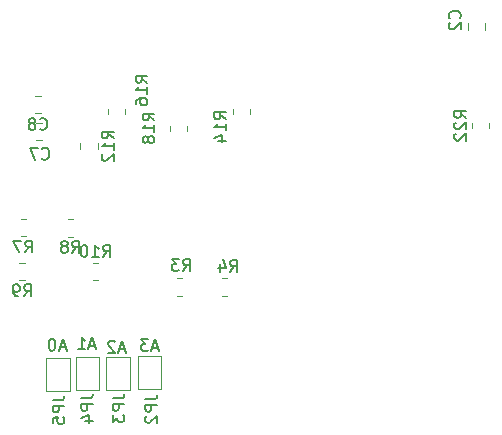
<source format=gbr>
%TF.GenerationSoftware,KiCad,Pcbnew,6.0.11-2627ca5db0~126~ubuntu22.04.1*%
%TF.CreationDate,2023-02-20T01:23:51-05:00*%
%TF.ProjectId,lin-pump-control,6c696e2d-7075-46d7-902d-636f6e74726f,1.0*%
%TF.SameCoordinates,Original*%
%TF.FileFunction,Legend,Bot*%
%TF.FilePolarity,Positive*%
%FSLAX46Y46*%
G04 Gerber Fmt 4.6, Leading zero omitted, Abs format (unit mm)*
G04 Created by KiCad (PCBNEW 6.0.11-2627ca5db0~126~ubuntu22.04.1) date 2023-02-20 01:23:51*
%MOMM*%
%LPD*%
G01*
G04 APERTURE LIST*
%ADD10C,0.150000*%
%ADD11C,0.120000*%
G04 APERTURE END LIST*
D10*
%TO.C,R22*%
X220902380Y-75457142D02*
X220426190Y-75123809D01*
X220902380Y-74885714D02*
X219902380Y-74885714D01*
X219902380Y-75266666D01*
X219950000Y-75361904D01*
X219997619Y-75409523D01*
X220092857Y-75457142D01*
X220235714Y-75457142D01*
X220330952Y-75409523D01*
X220378571Y-75361904D01*
X220426190Y-75266666D01*
X220426190Y-74885714D01*
X219997619Y-75838095D02*
X219950000Y-75885714D01*
X219902380Y-75980952D01*
X219902380Y-76219047D01*
X219950000Y-76314285D01*
X219997619Y-76361904D01*
X220092857Y-76409523D01*
X220188095Y-76409523D01*
X220330952Y-76361904D01*
X220902380Y-75790476D01*
X220902380Y-76409523D01*
X219997619Y-76790476D02*
X219950000Y-76838095D01*
X219902380Y-76933333D01*
X219902380Y-77171428D01*
X219950000Y-77266666D01*
X219997619Y-77314285D01*
X220092857Y-77361904D01*
X220188095Y-77361904D01*
X220330952Y-77314285D01*
X220902380Y-76742857D01*
X220902380Y-77361904D01*
%TO.C,R3*%
X196916666Y-88402380D02*
X197250000Y-87926190D01*
X197488095Y-88402380D02*
X197488095Y-87402380D01*
X197107142Y-87402380D01*
X197011904Y-87450000D01*
X196964285Y-87497619D01*
X196916666Y-87592857D01*
X196916666Y-87735714D01*
X196964285Y-87830952D01*
X197011904Y-87878571D01*
X197107142Y-87926190D01*
X197488095Y-87926190D01*
X196583333Y-87402380D02*
X195964285Y-87402380D01*
X196297619Y-87783333D01*
X196154761Y-87783333D01*
X196059523Y-87830952D01*
X196011904Y-87878571D01*
X195964285Y-87973809D01*
X195964285Y-88211904D01*
X196011904Y-88307142D01*
X196059523Y-88354761D01*
X196154761Y-88402380D01*
X196440476Y-88402380D01*
X196535714Y-88354761D01*
X196583333Y-88307142D01*
%TO.C,R18*%
X194502380Y-75657142D02*
X194026190Y-75323809D01*
X194502380Y-75085714D02*
X193502380Y-75085714D01*
X193502380Y-75466666D01*
X193550000Y-75561904D01*
X193597619Y-75609523D01*
X193692857Y-75657142D01*
X193835714Y-75657142D01*
X193930952Y-75609523D01*
X193978571Y-75561904D01*
X194026190Y-75466666D01*
X194026190Y-75085714D01*
X194502380Y-76609523D02*
X194502380Y-76038095D01*
X194502380Y-76323809D02*
X193502380Y-76323809D01*
X193645238Y-76228571D01*
X193740476Y-76133333D01*
X193788095Y-76038095D01*
X193930952Y-77180952D02*
X193883333Y-77085714D01*
X193835714Y-77038095D01*
X193740476Y-76990476D01*
X193692857Y-76990476D01*
X193597619Y-77038095D01*
X193550000Y-77085714D01*
X193502380Y-77180952D01*
X193502380Y-77371428D01*
X193550000Y-77466666D01*
X193597619Y-77514285D01*
X193692857Y-77561904D01*
X193740476Y-77561904D01*
X193835714Y-77514285D01*
X193883333Y-77466666D01*
X193930952Y-77371428D01*
X193930952Y-77180952D01*
X193978571Y-77085714D01*
X194026190Y-77038095D01*
X194121428Y-76990476D01*
X194311904Y-76990476D01*
X194407142Y-77038095D01*
X194454761Y-77085714D01*
X194502380Y-77180952D01*
X194502380Y-77371428D01*
X194454761Y-77466666D01*
X194407142Y-77514285D01*
X194311904Y-77561904D01*
X194121428Y-77561904D01*
X194026190Y-77514285D01*
X193978571Y-77466666D01*
X193930952Y-77371428D01*
%TO.C,JP2*%
X193727380Y-99266666D02*
X194441666Y-99266666D01*
X194584523Y-99219047D01*
X194679761Y-99123809D01*
X194727380Y-98980952D01*
X194727380Y-98885714D01*
X194727380Y-99742857D02*
X193727380Y-99742857D01*
X193727380Y-100123809D01*
X193775000Y-100219047D01*
X193822619Y-100266666D01*
X193917857Y-100314285D01*
X194060714Y-100314285D01*
X194155952Y-100266666D01*
X194203571Y-100219047D01*
X194251190Y-100123809D01*
X194251190Y-99742857D01*
X193822619Y-100695238D02*
X193775000Y-100742857D01*
X193727380Y-100838095D01*
X193727380Y-101076190D01*
X193775000Y-101171428D01*
X193822619Y-101219047D01*
X193917857Y-101266666D01*
X194013095Y-101266666D01*
X194155952Y-101219047D01*
X194727380Y-100647619D01*
X194727380Y-101266666D01*
X194789285Y-94891666D02*
X194313095Y-94891666D01*
X194884523Y-95177380D02*
X194551190Y-94177380D01*
X194217857Y-95177380D01*
X193979761Y-94177380D02*
X193360714Y-94177380D01*
X193694047Y-94558333D01*
X193551190Y-94558333D01*
X193455952Y-94605952D01*
X193408333Y-94653571D01*
X193360714Y-94748809D01*
X193360714Y-94986904D01*
X193408333Y-95082142D01*
X193455952Y-95129761D01*
X193551190Y-95177380D01*
X193836904Y-95177380D01*
X193932142Y-95129761D01*
X193979761Y-95082142D01*
%TO.C,R7*%
X183566666Y-86827380D02*
X183900000Y-86351190D01*
X184138095Y-86827380D02*
X184138095Y-85827380D01*
X183757142Y-85827380D01*
X183661904Y-85875000D01*
X183614285Y-85922619D01*
X183566666Y-86017857D01*
X183566666Y-86160714D01*
X183614285Y-86255952D01*
X183661904Y-86303571D01*
X183757142Y-86351190D01*
X184138095Y-86351190D01*
X183233333Y-85827380D02*
X182566666Y-85827380D01*
X182995238Y-86827380D01*
%TO.C,JP5*%
X185877380Y-99341666D02*
X186591666Y-99341666D01*
X186734523Y-99294047D01*
X186829761Y-99198809D01*
X186877380Y-99055952D01*
X186877380Y-98960714D01*
X186877380Y-99817857D02*
X185877380Y-99817857D01*
X185877380Y-100198809D01*
X185925000Y-100294047D01*
X185972619Y-100341666D01*
X186067857Y-100389285D01*
X186210714Y-100389285D01*
X186305952Y-100341666D01*
X186353571Y-100294047D01*
X186401190Y-100198809D01*
X186401190Y-99817857D01*
X185877380Y-101294047D02*
X185877380Y-100817857D01*
X186353571Y-100770238D01*
X186305952Y-100817857D01*
X186258333Y-100913095D01*
X186258333Y-101151190D01*
X186305952Y-101246428D01*
X186353571Y-101294047D01*
X186448809Y-101341666D01*
X186686904Y-101341666D01*
X186782142Y-101294047D01*
X186829761Y-101246428D01*
X186877380Y-101151190D01*
X186877380Y-100913095D01*
X186829761Y-100817857D01*
X186782142Y-100770238D01*
X186964285Y-94866666D02*
X186488095Y-94866666D01*
X187059523Y-95152380D02*
X186726190Y-94152380D01*
X186392857Y-95152380D01*
X185869047Y-94152380D02*
X185773809Y-94152380D01*
X185678571Y-94200000D01*
X185630952Y-94247619D01*
X185583333Y-94342857D01*
X185535714Y-94533333D01*
X185535714Y-94771428D01*
X185583333Y-94961904D01*
X185630952Y-95057142D01*
X185678571Y-95104761D01*
X185773809Y-95152380D01*
X185869047Y-95152380D01*
X185964285Y-95104761D01*
X186011904Y-95057142D01*
X186059523Y-94961904D01*
X186107142Y-94771428D01*
X186107142Y-94533333D01*
X186059523Y-94342857D01*
X186011904Y-94247619D01*
X185964285Y-94200000D01*
X185869047Y-94152380D01*
%TO.C,R4*%
X200916666Y-88477380D02*
X201250000Y-88001190D01*
X201488095Y-88477380D02*
X201488095Y-87477380D01*
X201107142Y-87477380D01*
X201011904Y-87525000D01*
X200964285Y-87572619D01*
X200916666Y-87667857D01*
X200916666Y-87810714D01*
X200964285Y-87905952D01*
X201011904Y-87953571D01*
X201107142Y-88001190D01*
X201488095Y-88001190D01*
X200059523Y-87810714D02*
X200059523Y-88477380D01*
X200297619Y-87429761D02*
X200535714Y-88144047D01*
X199916666Y-88144047D01*
%TO.C,C2*%
X220332142Y-67008333D02*
X220379761Y-66960714D01*
X220427380Y-66817857D01*
X220427380Y-66722619D01*
X220379761Y-66579761D01*
X220284523Y-66484523D01*
X220189285Y-66436904D01*
X219998809Y-66389285D01*
X219855952Y-66389285D01*
X219665476Y-66436904D01*
X219570238Y-66484523D01*
X219475000Y-66579761D01*
X219427380Y-66722619D01*
X219427380Y-66817857D01*
X219475000Y-66960714D01*
X219522619Y-67008333D01*
X219522619Y-67389285D02*
X219475000Y-67436904D01*
X219427380Y-67532142D01*
X219427380Y-67770238D01*
X219475000Y-67865476D01*
X219522619Y-67913095D01*
X219617857Y-67960714D01*
X219713095Y-67960714D01*
X219855952Y-67913095D01*
X220427380Y-67341666D01*
X220427380Y-67960714D01*
%TO.C,R14*%
X200552380Y-75557142D02*
X200076190Y-75223809D01*
X200552380Y-74985714D02*
X199552380Y-74985714D01*
X199552380Y-75366666D01*
X199600000Y-75461904D01*
X199647619Y-75509523D01*
X199742857Y-75557142D01*
X199885714Y-75557142D01*
X199980952Y-75509523D01*
X200028571Y-75461904D01*
X200076190Y-75366666D01*
X200076190Y-74985714D01*
X200552380Y-76509523D02*
X200552380Y-75938095D01*
X200552380Y-76223809D02*
X199552380Y-76223809D01*
X199695238Y-76128571D01*
X199790476Y-76033333D01*
X199838095Y-75938095D01*
X199885714Y-77366666D02*
X200552380Y-77366666D01*
X199504761Y-77128571D02*
X200219047Y-76890476D01*
X200219047Y-77509523D01*
%TO.C,R8*%
X187541666Y-86877380D02*
X187875000Y-86401190D01*
X188113095Y-86877380D02*
X188113095Y-85877380D01*
X187732142Y-85877380D01*
X187636904Y-85925000D01*
X187589285Y-85972619D01*
X187541666Y-86067857D01*
X187541666Y-86210714D01*
X187589285Y-86305952D01*
X187636904Y-86353571D01*
X187732142Y-86401190D01*
X188113095Y-86401190D01*
X186970238Y-86305952D02*
X187065476Y-86258333D01*
X187113095Y-86210714D01*
X187160714Y-86115476D01*
X187160714Y-86067857D01*
X187113095Y-85972619D01*
X187065476Y-85925000D01*
X186970238Y-85877380D01*
X186779761Y-85877380D01*
X186684523Y-85925000D01*
X186636904Y-85972619D01*
X186589285Y-86067857D01*
X186589285Y-86115476D01*
X186636904Y-86210714D01*
X186684523Y-86258333D01*
X186779761Y-86305952D01*
X186970238Y-86305952D01*
X187065476Y-86353571D01*
X187113095Y-86401190D01*
X187160714Y-86496428D01*
X187160714Y-86686904D01*
X187113095Y-86782142D01*
X187065476Y-86829761D01*
X186970238Y-86877380D01*
X186779761Y-86877380D01*
X186684523Y-86829761D01*
X186636904Y-86782142D01*
X186589285Y-86686904D01*
X186589285Y-86496428D01*
X186636904Y-86401190D01*
X186684523Y-86353571D01*
X186779761Y-86305952D01*
%TO.C,R9*%
X183466666Y-90552380D02*
X183800000Y-90076190D01*
X184038095Y-90552380D02*
X184038095Y-89552380D01*
X183657142Y-89552380D01*
X183561904Y-89600000D01*
X183514285Y-89647619D01*
X183466666Y-89742857D01*
X183466666Y-89885714D01*
X183514285Y-89980952D01*
X183561904Y-90028571D01*
X183657142Y-90076190D01*
X184038095Y-90076190D01*
X182990476Y-90552380D02*
X182800000Y-90552380D01*
X182704761Y-90504761D01*
X182657142Y-90457142D01*
X182561904Y-90314285D01*
X182514285Y-90123809D01*
X182514285Y-89742857D01*
X182561904Y-89647619D01*
X182609523Y-89600000D01*
X182704761Y-89552380D01*
X182895238Y-89552380D01*
X182990476Y-89600000D01*
X183038095Y-89647619D01*
X183085714Y-89742857D01*
X183085714Y-89980952D01*
X183038095Y-90076190D01*
X182990476Y-90123809D01*
X182895238Y-90171428D01*
X182704761Y-90171428D01*
X182609523Y-90123809D01*
X182561904Y-90076190D01*
X182514285Y-89980952D01*
%TO.C,R12*%
X191052380Y-77182142D02*
X190576190Y-76848809D01*
X191052380Y-76610714D02*
X190052380Y-76610714D01*
X190052380Y-76991666D01*
X190100000Y-77086904D01*
X190147619Y-77134523D01*
X190242857Y-77182142D01*
X190385714Y-77182142D01*
X190480952Y-77134523D01*
X190528571Y-77086904D01*
X190576190Y-76991666D01*
X190576190Y-76610714D01*
X191052380Y-78134523D02*
X191052380Y-77563095D01*
X191052380Y-77848809D02*
X190052380Y-77848809D01*
X190195238Y-77753571D01*
X190290476Y-77658333D01*
X190338095Y-77563095D01*
X190147619Y-78515476D02*
X190100000Y-78563095D01*
X190052380Y-78658333D01*
X190052380Y-78896428D01*
X190100000Y-78991666D01*
X190147619Y-79039285D01*
X190242857Y-79086904D01*
X190338095Y-79086904D01*
X190480952Y-79039285D01*
X191052380Y-78467857D01*
X191052380Y-79086904D01*
%TO.C,R16*%
X193902380Y-72457142D02*
X193426190Y-72123809D01*
X193902380Y-71885714D02*
X192902380Y-71885714D01*
X192902380Y-72266666D01*
X192950000Y-72361904D01*
X192997619Y-72409523D01*
X193092857Y-72457142D01*
X193235714Y-72457142D01*
X193330952Y-72409523D01*
X193378571Y-72361904D01*
X193426190Y-72266666D01*
X193426190Y-71885714D01*
X193902380Y-73409523D02*
X193902380Y-72838095D01*
X193902380Y-73123809D02*
X192902380Y-73123809D01*
X193045238Y-73028571D01*
X193140476Y-72933333D01*
X193188095Y-72838095D01*
X192902380Y-74266666D02*
X192902380Y-74076190D01*
X192950000Y-73980952D01*
X192997619Y-73933333D01*
X193140476Y-73838095D01*
X193330952Y-73790476D01*
X193711904Y-73790476D01*
X193807142Y-73838095D01*
X193854761Y-73885714D01*
X193902380Y-73980952D01*
X193902380Y-74171428D01*
X193854761Y-74266666D01*
X193807142Y-74314285D01*
X193711904Y-74361904D01*
X193473809Y-74361904D01*
X193378571Y-74314285D01*
X193330952Y-74266666D01*
X193283333Y-74171428D01*
X193283333Y-73980952D01*
X193330952Y-73885714D01*
X193378571Y-73838095D01*
X193473809Y-73790476D01*
%TO.C,R10*%
X190167857Y-87227380D02*
X190501190Y-86751190D01*
X190739285Y-87227380D02*
X190739285Y-86227380D01*
X190358333Y-86227380D01*
X190263095Y-86275000D01*
X190215476Y-86322619D01*
X190167857Y-86417857D01*
X190167857Y-86560714D01*
X190215476Y-86655952D01*
X190263095Y-86703571D01*
X190358333Y-86751190D01*
X190739285Y-86751190D01*
X189215476Y-87227380D02*
X189786904Y-87227380D01*
X189501190Y-87227380D02*
X189501190Y-86227380D01*
X189596428Y-86370238D01*
X189691666Y-86465476D01*
X189786904Y-86513095D01*
X188596428Y-86227380D02*
X188501190Y-86227380D01*
X188405952Y-86275000D01*
X188358333Y-86322619D01*
X188310714Y-86417857D01*
X188263095Y-86608333D01*
X188263095Y-86846428D01*
X188310714Y-87036904D01*
X188358333Y-87132142D01*
X188405952Y-87179761D01*
X188501190Y-87227380D01*
X188596428Y-87227380D01*
X188691666Y-87179761D01*
X188739285Y-87132142D01*
X188786904Y-87036904D01*
X188834523Y-86846428D01*
X188834523Y-86608333D01*
X188786904Y-86417857D01*
X188739285Y-86322619D01*
X188691666Y-86275000D01*
X188596428Y-86227380D01*
%TO.C,C7*%
X184966666Y-78882142D02*
X185014285Y-78929761D01*
X185157142Y-78977380D01*
X185252380Y-78977380D01*
X185395238Y-78929761D01*
X185490476Y-78834523D01*
X185538095Y-78739285D01*
X185585714Y-78548809D01*
X185585714Y-78405952D01*
X185538095Y-78215476D01*
X185490476Y-78120238D01*
X185395238Y-78025000D01*
X185252380Y-77977380D01*
X185157142Y-77977380D01*
X185014285Y-78025000D01*
X184966666Y-78072619D01*
X184633333Y-77977380D02*
X183966666Y-77977380D01*
X184395238Y-78977380D01*
%TO.C,C8*%
X184804166Y-76362142D02*
X184851785Y-76409761D01*
X184994642Y-76457380D01*
X185089880Y-76457380D01*
X185232738Y-76409761D01*
X185327976Y-76314523D01*
X185375595Y-76219285D01*
X185423214Y-76028809D01*
X185423214Y-75885952D01*
X185375595Y-75695476D01*
X185327976Y-75600238D01*
X185232738Y-75505000D01*
X185089880Y-75457380D01*
X184994642Y-75457380D01*
X184851785Y-75505000D01*
X184804166Y-75552619D01*
X184232738Y-75885952D02*
X184327976Y-75838333D01*
X184375595Y-75790714D01*
X184423214Y-75695476D01*
X184423214Y-75647857D01*
X184375595Y-75552619D01*
X184327976Y-75505000D01*
X184232738Y-75457380D01*
X184042261Y-75457380D01*
X183947023Y-75505000D01*
X183899404Y-75552619D01*
X183851785Y-75647857D01*
X183851785Y-75695476D01*
X183899404Y-75790714D01*
X183947023Y-75838333D01*
X184042261Y-75885952D01*
X184232738Y-75885952D01*
X184327976Y-75933571D01*
X184375595Y-75981190D01*
X184423214Y-76076428D01*
X184423214Y-76266904D01*
X184375595Y-76362142D01*
X184327976Y-76409761D01*
X184232738Y-76457380D01*
X184042261Y-76457380D01*
X183947023Y-76409761D01*
X183899404Y-76362142D01*
X183851785Y-76266904D01*
X183851785Y-76076428D01*
X183899404Y-75981190D01*
X183947023Y-75933571D01*
X184042261Y-75885952D01*
%TO.C,JP4*%
X188302380Y-99191666D02*
X189016666Y-99191666D01*
X189159523Y-99144047D01*
X189254761Y-99048809D01*
X189302380Y-98905952D01*
X189302380Y-98810714D01*
X189302380Y-99667857D02*
X188302380Y-99667857D01*
X188302380Y-100048809D01*
X188350000Y-100144047D01*
X188397619Y-100191666D01*
X188492857Y-100239285D01*
X188635714Y-100239285D01*
X188730952Y-100191666D01*
X188778571Y-100144047D01*
X188826190Y-100048809D01*
X188826190Y-99667857D01*
X188635714Y-101096428D02*
X189302380Y-101096428D01*
X188254761Y-100858333D02*
X188969047Y-100620238D01*
X188969047Y-101239285D01*
X189489285Y-94741666D02*
X189013095Y-94741666D01*
X189584523Y-95027380D02*
X189251190Y-94027380D01*
X188917857Y-95027380D01*
X188060714Y-95027380D02*
X188632142Y-95027380D01*
X188346428Y-95027380D02*
X188346428Y-94027380D01*
X188441666Y-94170238D01*
X188536904Y-94265476D01*
X188632142Y-94313095D01*
%TO.C,JP3*%
X190952380Y-99191666D02*
X191666666Y-99191666D01*
X191809523Y-99144047D01*
X191904761Y-99048809D01*
X191952380Y-98905952D01*
X191952380Y-98810714D01*
X191952380Y-99667857D02*
X190952380Y-99667857D01*
X190952380Y-100048809D01*
X191000000Y-100144047D01*
X191047619Y-100191666D01*
X191142857Y-100239285D01*
X191285714Y-100239285D01*
X191380952Y-100191666D01*
X191428571Y-100144047D01*
X191476190Y-100048809D01*
X191476190Y-99667857D01*
X190952380Y-100572619D02*
X190952380Y-101191666D01*
X191333333Y-100858333D01*
X191333333Y-101001190D01*
X191380952Y-101096428D01*
X191428571Y-101144047D01*
X191523809Y-101191666D01*
X191761904Y-101191666D01*
X191857142Y-101144047D01*
X191904761Y-101096428D01*
X191952380Y-101001190D01*
X191952380Y-100715476D01*
X191904761Y-100620238D01*
X191857142Y-100572619D01*
X192014285Y-95041666D02*
X191538095Y-95041666D01*
X192109523Y-95327380D02*
X191776190Y-94327380D01*
X191442857Y-95327380D01*
X191157142Y-94422619D02*
X191109523Y-94375000D01*
X191014285Y-94327380D01*
X190776190Y-94327380D01*
X190680952Y-94375000D01*
X190633333Y-94422619D01*
X190585714Y-94517857D01*
X190585714Y-94613095D01*
X190633333Y-94755952D01*
X191204761Y-95327380D01*
X190585714Y-95327380D01*
D11*
%TO.C,R22*%
X221365000Y-75872936D02*
X221365000Y-76327064D01*
X222835000Y-75872936D02*
X222835000Y-76327064D01*
%TO.C,R3*%
X196422936Y-89015000D02*
X196877064Y-89015000D01*
X196422936Y-90485000D02*
X196877064Y-90485000D01*
%TO.C,R18*%
X195815000Y-76122936D02*
X195815000Y-76577064D01*
X197285000Y-76122936D02*
X197285000Y-76577064D01*
%TO.C,JP2*%
X193075000Y-95600000D02*
X193075000Y-98400000D01*
X193075000Y-98400000D02*
X195075000Y-98400000D01*
X195075000Y-95600000D02*
X193075000Y-95600000D01*
X195075000Y-98400000D02*
X195075000Y-95600000D01*
%TO.C,R7*%
X183172936Y-83990000D02*
X183627064Y-83990000D01*
X183172936Y-85460000D02*
X183627064Y-85460000D01*
%TO.C,JP5*%
X187350000Y-98550000D02*
X187350000Y-95750000D01*
X187350000Y-95750000D02*
X185350000Y-95750000D01*
X185350000Y-98550000D02*
X187350000Y-98550000D01*
X185350000Y-95750000D02*
X185350000Y-98550000D01*
%TO.C,R4*%
X200652064Y-89015000D02*
X200197936Y-89015000D01*
X200652064Y-90485000D02*
X200197936Y-90485000D01*
%TO.C,C2*%
X222510000Y-67973752D02*
X222510000Y-67451248D01*
X221040000Y-67973752D02*
X221040000Y-67451248D01*
%TO.C,R14*%
X202635000Y-74672936D02*
X202635000Y-75127064D01*
X201165000Y-74672936D02*
X201165000Y-75127064D01*
%TO.C,R8*%
X187147936Y-85510000D02*
X187602064Y-85510000D01*
X187147936Y-84040000D02*
X187602064Y-84040000D01*
%TO.C,R9*%
X183072936Y-87715000D02*
X183527064Y-87715000D01*
X183072936Y-89185000D02*
X183527064Y-89185000D01*
%TO.C,R12*%
X189685000Y-78052064D02*
X189685000Y-77597936D01*
X188215000Y-78052064D02*
X188215000Y-77597936D01*
%TO.C,R16*%
X192035000Y-74672936D02*
X192035000Y-75127064D01*
X190565000Y-74672936D02*
X190565000Y-75127064D01*
%TO.C,R10*%
X189752064Y-89160000D02*
X189297936Y-89160000D01*
X189752064Y-87690000D02*
X189297936Y-87690000D01*
%TO.C,C7*%
X184973752Y-75840000D02*
X184451248Y-75840000D01*
X184973752Y-77310000D02*
X184451248Y-77310000D01*
%TO.C,C8*%
X184376248Y-75060000D02*
X184898752Y-75060000D01*
X184376248Y-73590000D02*
X184898752Y-73590000D01*
%TO.C,JP4*%
X187825000Y-95700000D02*
X187825000Y-98500000D01*
X187825000Y-98500000D02*
X189825000Y-98500000D01*
X189825000Y-95700000D02*
X187825000Y-95700000D01*
X189825000Y-98500000D02*
X189825000Y-95700000D01*
%TO.C,JP3*%
X192425000Y-98450000D02*
X192425000Y-95650000D01*
X190425000Y-98450000D02*
X192425000Y-98450000D01*
X192425000Y-95650000D02*
X190425000Y-95650000D01*
X190425000Y-95650000D02*
X190425000Y-98450000D01*
%TD*%
M02*

</source>
